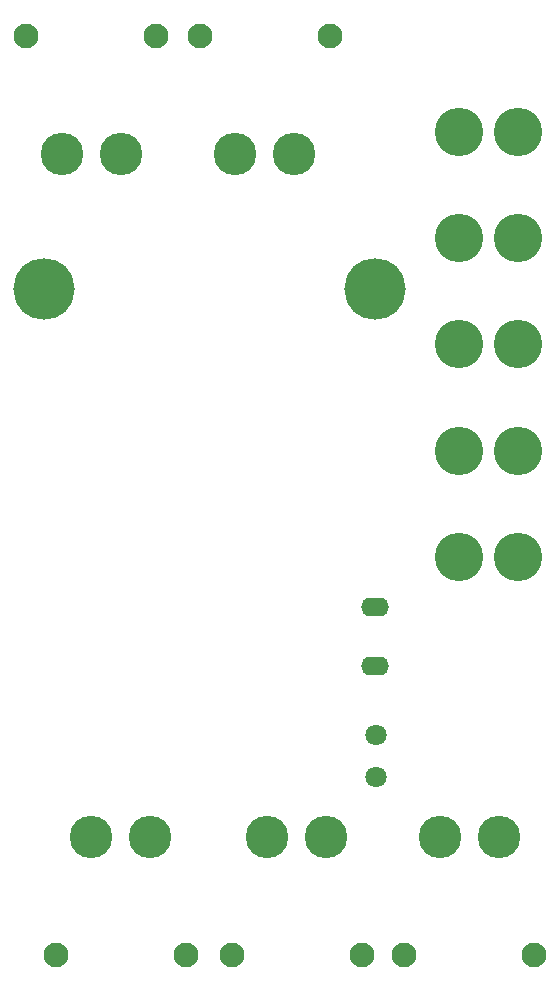
<source format=gbs>
G04*
G04 #@! TF.GenerationSoftware,Altium Limited,Altium Designer,20.0.2 (26)*
G04*
G04 Layer_Color=16711935*
%FSLAX25Y25*%
%MOIN*%
G70*
G01*
G75*
%ADD48C,0.08268*%
%ADD49C,0.14173*%
%ADD50C,0.20485*%
%ADD51O,0.09300X0.06300*%
%ADD52C,0.07099*%
%ADD53C,0.16142*%
D48*
X498032Y438583D02*
D03*
X454724D02*
D03*
X555905D02*
D03*
X512598D02*
D03*
X464567Y132283D02*
D03*
X507874D02*
D03*
X580709Y132283D02*
D03*
X624016D02*
D03*
X523228D02*
D03*
X566535D02*
D03*
D49*
X486220Y399213D02*
D03*
X466535D02*
D03*
X544095D02*
D03*
X524409D02*
D03*
X476378Y171653D02*
D03*
X496063D02*
D03*
X592520Y171653D02*
D03*
X612205D02*
D03*
X535039D02*
D03*
X554724D02*
D03*
D50*
X570866Y354331D02*
D03*
X460630D02*
D03*
D51*
X570866Y228740D02*
D03*
Y248425D02*
D03*
D52*
X571345Y205526D02*
D03*
Y191746D02*
D03*
D53*
X618504Y406693D02*
D03*
X598819D02*
D03*
X618504Y371260D02*
D03*
X598819D02*
D03*
X618504Y335827D02*
D03*
X598819D02*
D03*
X618504Y300394D02*
D03*
X598819D02*
D03*
X618504Y264961D02*
D03*
X598819D02*
D03*
M02*

</source>
